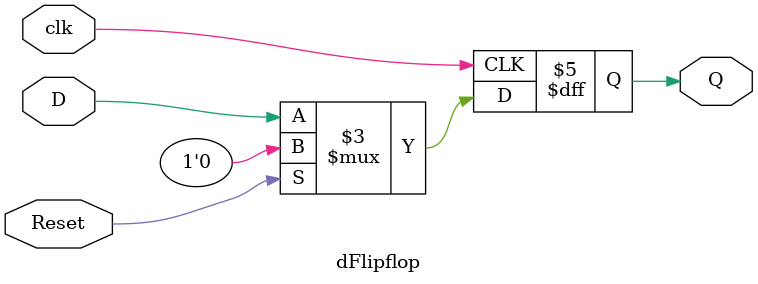
<source format=v>
module dFlipflop(clk, Reset, D, Q);
	input clk, Reset, D;
	output reg Q;
	
	always @ (posedge clk) begin
		if (Reset)
			Q <= 1'b0;
		else
			Q <= D;
	end
endmodule
</source>
